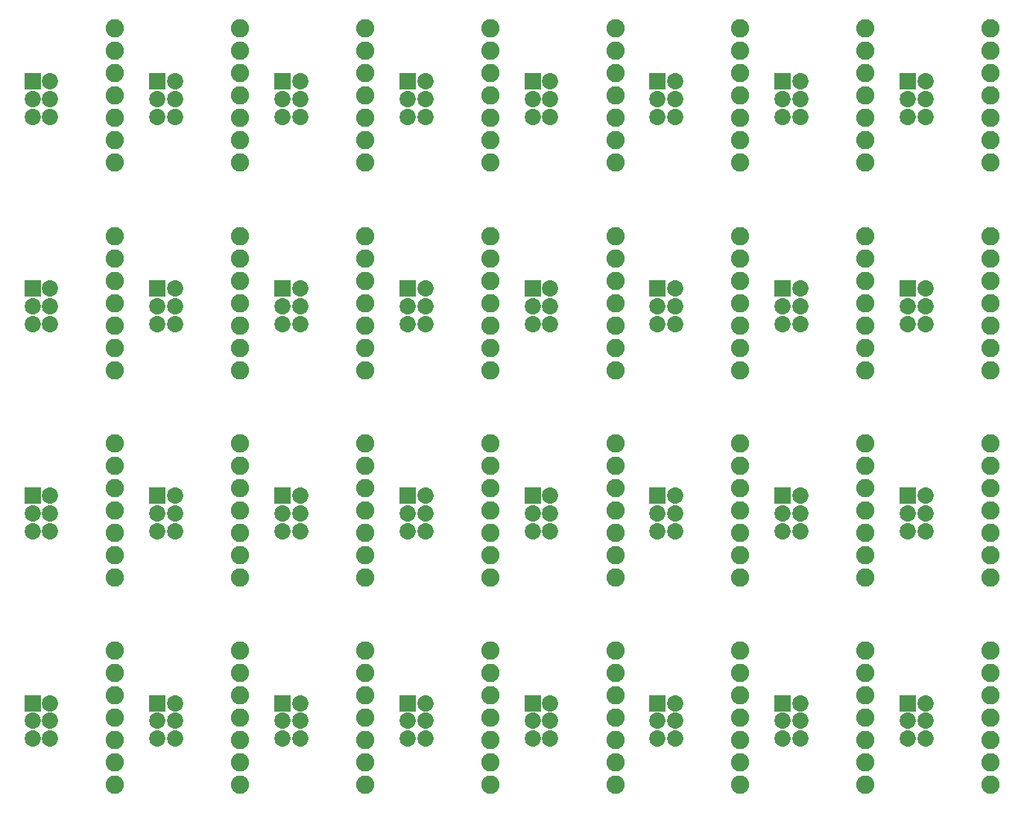
<source format=gbs>
G75*
%MOIN*%
%OFA0B0*%
%FSLAX25Y25*%
%IPPOS*%
%LPD*%
%AMOC8*
5,1,8,0,0,1.08239X$1,22.5*
%
%ADD10R,0.07300X0.07300*%
%ADD11C,0.07300*%
%ADD12C,0.08200*%
D10*
X0190906Y0085825D03*
X0246828Y0085825D03*
X0302749Y0085825D03*
X0358670Y0085825D03*
X0414591Y0085825D03*
X0470513Y0085825D03*
X0526434Y0085825D03*
X0582355Y0085825D03*
X0582355Y0178526D03*
X0526434Y0178526D03*
X0470513Y0178526D03*
X0414591Y0178526D03*
X0358670Y0178526D03*
X0302749Y0178526D03*
X0246828Y0178526D03*
X0190906Y0178526D03*
X0190906Y0271226D03*
X0246828Y0271226D03*
X0302749Y0271226D03*
X0358670Y0271226D03*
X0414591Y0271226D03*
X0470513Y0271226D03*
X0526434Y0271226D03*
X0582355Y0271226D03*
X0582355Y0363927D03*
X0526434Y0363927D03*
X0470513Y0363927D03*
X0414591Y0363927D03*
X0358670Y0363927D03*
X0302749Y0363927D03*
X0246828Y0363927D03*
X0190906Y0363927D03*
D11*
X0190906Y0070077D03*
X0190906Y0077951D03*
X0198780Y0077951D03*
X0198780Y0070077D03*
X0198780Y0085825D03*
X0246828Y0077951D03*
X0254702Y0077951D03*
X0254702Y0070077D03*
X0246828Y0070077D03*
X0254702Y0085825D03*
X0302749Y0077951D03*
X0310623Y0077951D03*
X0310623Y0070077D03*
X0302749Y0070077D03*
X0310623Y0085825D03*
X0358670Y0077951D03*
X0366544Y0077951D03*
X0366544Y0070077D03*
X0358670Y0070077D03*
X0366544Y0085825D03*
X0414591Y0077951D03*
X0414591Y0070077D03*
X0422465Y0070077D03*
X0422465Y0077951D03*
X0422465Y0085825D03*
X0470513Y0077951D03*
X0478387Y0077951D03*
X0478387Y0070077D03*
X0470513Y0070077D03*
X0478387Y0085825D03*
X0526434Y0077951D03*
X0534308Y0077951D03*
X0534308Y0070077D03*
X0526434Y0070077D03*
X0534308Y0085825D03*
X0582355Y0077951D03*
X0582355Y0070077D03*
X0590229Y0070077D03*
X0590229Y0077951D03*
X0590229Y0085825D03*
X0590229Y0162778D03*
X0590229Y0170652D03*
X0590229Y0178526D03*
X0582355Y0170652D03*
X0582355Y0162778D03*
X0534308Y0162778D03*
X0526434Y0162778D03*
X0526434Y0170652D03*
X0534308Y0170652D03*
X0534308Y0178526D03*
X0478387Y0178526D03*
X0478387Y0170652D03*
X0470513Y0170652D03*
X0470513Y0162778D03*
X0478387Y0162778D03*
X0422465Y0162778D03*
X0422465Y0170652D03*
X0422465Y0178526D03*
X0414591Y0170652D03*
X0414591Y0162778D03*
X0366544Y0162778D03*
X0358670Y0162778D03*
X0358670Y0170652D03*
X0366544Y0170652D03*
X0366544Y0178526D03*
X0310623Y0178526D03*
X0310623Y0170652D03*
X0302749Y0170652D03*
X0302749Y0162778D03*
X0310623Y0162778D03*
X0254702Y0162778D03*
X0246828Y0162778D03*
X0246828Y0170652D03*
X0254702Y0170652D03*
X0254702Y0178526D03*
X0198780Y0178526D03*
X0198780Y0170652D03*
X0190906Y0170652D03*
X0190906Y0162778D03*
X0198780Y0162778D03*
X0198780Y0255478D03*
X0190906Y0255478D03*
X0190906Y0263352D03*
X0198780Y0263352D03*
X0198780Y0271226D03*
X0246828Y0263352D03*
X0254702Y0263352D03*
X0254702Y0255478D03*
X0246828Y0255478D03*
X0254702Y0271226D03*
X0302749Y0263352D03*
X0310623Y0263352D03*
X0310623Y0255478D03*
X0302749Y0255478D03*
X0310623Y0271226D03*
X0358670Y0263352D03*
X0366544Y0263352D03*
X0366544Y0255478D03*
X0358670Y0255478D03*
X0366544Y0271226D03*
X0414591Y0263352D03*
X0414591Y0255478D03*
X0422465Y0255478D03*
X0422465Y0263352D03*
X0422465Y0271226D03*
X0470513Y0263352D03*
X0478387Y0263352D03*
X0478387Y0255478D03*
X0470513Y0255478D03*
X0478387Y0271226D03*
X0526434Y0263352D03*
X0534308Y0263352D03*
X0534308Y0255478D03*
X0526434Y0255478D03*
X0534308Y0271226D03*
X0582355Y0263352D03*
X0582355Y0255478D03*
X0590229Y0255478D03*
X0590229Y0263352D03*
X0590229Y0271226D03*
X0590229Y0348179D03*
X0582355Y0348179D03*
X0582355Y0356053D03*
X0590229Y0356053D03*
X0590229Y0363927D03*
X0534308Y0363927D03*
X0534308Y0356053D03*
X0526434Y0356053D03*
X0526434Y0348179D03*
X0534308Y0348179D03*
X0478387Y0348179D03*
X0470513Y0348179D03*
X0470513Y0356053D03*
X0478387Y0356053D03*
X0478387Y0363927D03*
X0422465Y0363927D03*
X0422465Y0356053D03*
X0414591Y0356053D03*
X0414591Y0348179D03*
X0422465Y0348179D03*
X0366544Y0348179D03*
X0358670Y0348179D03*
X0358670Y0356053D03*
X0366544Y0356053D03*
X0366544Y0363927D03*
X0310623Y0363927D03*
X0310623Y0356053D03*
X0302749Y0356053D03*
X0302749Y0348179D03*
X0310623Y0348179D03*
X0254702Y0348179D03*
X0246828Y0348179D03*
X0246828Y0356053D03*
X0254702Y0356053D03*
X0254702Y0363927D03*
X0198780Y0363927D03*
X0198780Y0356053D03*
X0190906Y0356053D03*
X0190906Y0348179D03*
X0198780Y0348179D03*
D12*
X0227843Y0347553D03*
X0227843Y0337553D03*
X0227843Y0327553D03*
X0227843Y0357553D03*
X0227843Y0367553D03*
X0227843Y0377553D03*
X0227843Y0387553D03*
X0283765Y0387553D03*
X0283765Y0377553D03*
X0283765Y0367553D03*
X0283765Y0357553D03*
X0283765Y0347553D03*
X0283765Y0337553D03*
X0283765Y0327553D03*
X0283765Y0294852D03*
X0283765Y0284852D03*
X0283765Y0274852D03*
X0283765Y0264852D03*
X0283765Y0254852D03*
X0283765Y0244852D03*
X0283765Y0234852D03*
X0283765Y0202152D03*
X0283765Y0192152D03*
X0283765Y0182152D03*
X0283765Y0172152D03*
X0283765Y0162152D03*
X0283765Y0152152D03*
X0283765Y0142152D03*
X0283765Y0109451D03*
X0283765Y0099451D03*
X0283765Y0089451D03*
X0283765Y0079451D03*
X0283765Y0069451D03*
X0283765Y0059451D03*
X0283765Y0049451D03*
X0227843Y0049451D03*
X0227843Y0059451D03*
X0227843Y0069451D03*
X0227843Y0079451D03*
X0227843Y0089451D03*
X0227843Y0099451D03*
X0227843Y0109451D03*
X0227843Y0142152D03*
X0227843Y0152152D03*
X0227843Y0162152D03*
X0227843Y0172152D03*
X0227843Y0182152D03*
X0227843Y0192152D03*
X0227843Y0202152D03*
X0227843Y0234852D03*
X0227843Y0244852D03*
X0227843Y0254852D03*
X0227843Y0264852D03*
X0227843Y0274852D03*
X0227843Y0284852D03*
X0227843Y0294852D03*
X0339686Y0294852D03*
X0339686Y0284852D03*
X0339686Y0274852D03*
X0339686Y0264852D03*
X0339686Y0254852D03*
X0339686Y0244852D03*
X0339686Y0234852D03*
X0339686Y0202152D03*
X0339686Y0192152D03*
X0339686Y0182152D03*
X0339686Y0172152D03*
X0339686Y0162152D03*
X0339686Y0152152D03*
X0339686Y0142152D03*
X0339686Y0109451D03*
X0339686Y0099451D03*
X0339686Y0089451D03*
X0339686Y0079451D03*
X0339686Y0069451D03*
X0339686Y0059451D03*
X0339686Y0049451D03*
X0395607Y0049451D03*
X0395607Y0059451D03*
X0395607Y0069451D03*
X0395607Y0079451D03*
X0395607Y0089451D03*
X0395607Y0099451D03*
X0395607Y0109451D03*
X0395607Y0142152D03*
X0395607Y0152152D03*
X0395607Y0162152D03*
X0395607Y0172152D03*
X0395607Y0182152D03*
X0395607Y0192152D03*
X0395607Y0202152D03*
X0395607Y0234852D03*
X0395607Y0244852D03*
X0395607Y0254852D03*
X0395607Y0264852D03*
X0395607Y0274852D03*
X0395607Y0284852D03*
X0395607Y0294852D03*
X0395607Y0327553D03*
X0395607Y0337553D03*
X0395607Y0347553D03*
X0395607Y0357553D03*
X0395607Y0367553D03*
X0395607Y0377553D03*
X0395607Y0387553D03*
X0451528Y0387553D03*
X0451528Y0377553D03*
X0451528Y0367553D03*
X0451528Y0357553D03*
X0451528Y0347553D03*
X0451528Y0337553D03*
X0451528Y0327553D03*
X0451528Y0294852D03*
X0451528Y0284852D03*
X0451528Y0274852D03*
X0451528Y0264852D03*
X0451528Y0254852D03*
X0451528Y0244852D03*
X0451528Y0234852D03*
X0451528Y0202152D03*
X0451528Y0192152D03*
X0451528Y0182152D03*
X0451528Y0172152D03*
X0451528Y0162152D03*
X0451528Y0152152D03*
X0451528Y0142152D03*
X0451528Y0109451D03*
X0451528Y0099451D03*
X0451528Y0089451D03*
X0451528Y0079451D03*
X0451528Y0069451D03*
X0451528Y0059451D03*
X0451528Y0049451D03*
X0507450Y0049451D03*
X0507450Y0059451D03*
X0507450Y0069451D03*
X0507450Y0079451D03*
X0507450Y0089451D03*
X0507450Y0099451D03*
X0507450Y0109451D03*
X0507450Y0142152D03*
X0507450Y0152152D03*
X0507450Y0162152D03*
X0507450Y0172152D03*
X0507450Y0182152D03*
X0507450Y0192152D03*
X0507450Y0202152D03*
X0507450Y0234852D03*
X0507450Y0244852D03*
X0507450Y0254852D03*
X0507450Y0264852D03*
X0507450Y0274852D03*
X0507450Y0284852D03*
X0507450Y0294852D03*
X0507450Y0327553D03*
X0507450Y0337553D03*
X0507450Y0347553D03*
X0507450Y0357553D03*
X0507450Y0367553D03*
X0507450Y0377553D03*
X0507450Y0387553D03*
X0563371Y0387553D03*
X0563371Y0377553D03*
X0563371Y0367553D03*
X0563371Y0357553D03*
X0563371Y0347553D03*
X0563371Y0337553D03*
X0563371Y0327553D03*
X0563371Y0294852D03*
X0563371Y0284852D03*
X0563371Y0274852D03*
X0563371Y0264852D03*
X0563371Y0254852D03*
X0563371Y0244852D03*
X0563371Y0234852D03*
X0563371Y0202152D03*
X0563371Y0192152D03*
X0563371Y0182152D03*
X0563371Y0172152D03*
X0563371Y0162152D03*
X0563371Y0152152D03*
X0563371Y0142152D03*
X0563371Y0109451D03*
X0563371Y0099451D03*
X0563371Y0089451D03*
X0563371Y0079451D03*
X0563371Y0069451D03*
X0563371Y0059451D03*
X0563371Y0049451D03*
X0619292Y0049451D03*
X0619292Y0059451D03*
X0619292Y0069451D03*
X0619292Y0079451D03*
X0619292Y0089451D03*
X0619292Y0099451D03*
X0619292Y0109451D03*
X0619292Y0142152D03*
X0619292Y0152152D03*
X0619292Y0162152D03*
X0619292Y0172152D03*
X0619292Y0182152D03*
X0619292Y0192152D03*
X0619292Y0202152D03*
X0619292Y0234852D03*
X0619292Y0244852D03*
X0619292Y0254852D03*
X0619292Y0264852D03*
X0619292Y0274852D03*
X0619292Y0284852D03*
X0619292Y0294852D03*
X0619292Y0327553D03*
X0619292Y0337553D03*
X0619292Y0347553D03*
X0619292Y0357553D03*
X0619292Y0367553D03*
X0619292Y0377553D03*
X0619292Y0387553D03*
X0339686Y0387553D03*
X0339686Y0377553D03*
X0339686Y0367553D03*
X0339686Y0357553D03*
X0339686Y0347553D03*
X0339686Y0337553D03*
X0339686Y0327553D03*
M02*

</source>
